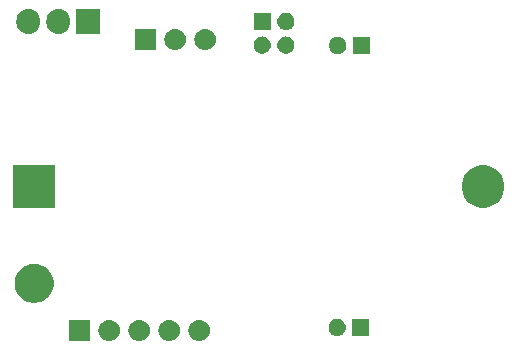
<source format=gbr>
G04 #@! TF.GenerationSoftware,KiCad,Pcbnew,(5.1.2)-2*
G04 #@! TF.CreationDate,2020-08-25T18:12:49+09:00*
G04 #@! TF.ProjectId,IRRemo,49525265-6d6f-42e6-9b69-6361645f7063,rev?*
G04 #@! TF.SameCoordinates,Original*
G04 #@! TF.FileFunction,Soldermask,Bot*
G04 #@! TF.FilePolarity,Negative*
%FSLAX46Y46*%
G04 Gerber Fmt 4.6, Leading zero omitted, Abs format (unit mm)*
G04 Created by KiCad (PCBNEW (5.1.2)-2) date 2020-08-25 18:12:49*
%MOMM*%
%LPD*%
G04 APERTURE LIST*
%ADD10C,0.100000*%
G04 APERTURE END LIST*
D10*
G36*
X98684504Y-103501691D02*
G01*
X98728627Y-103506037D01*
X98898466Y-103557557D01*
X98950641Y-103585445D01*
X99054989Y-103641220D01*
X99192185Y-103753815D01*
X99304780Y-103891011D01*
X99360555Y-103995359D01*
X99388443Y-104047534D01*
X99439963Y-104217373D01*
X99457359Y-104394000D01*
X99439963Y-104570627D01*
X99388443Y-104740466D01*
X99360555Y-104792641D01*
X99304780Y-104896989D01*
X99192185Y-105034185D01*
X99054989Y-105146780D01*
X98950641Y-105202555D01*
X98898466Y-105230443D01*
X98728627Y-105281963D01*
X98684504Y-105286309D01*
X98596260Y-105295000D01*
X98507740Y-105295000D01*
X98419496Y-105286309D01*
X98375373Y-105281963D01*
X98205534Y-105230443D01*
X98153359Y-105202555D01*
X98049011Y-105146780D01*
X97911815Y-105034185D01*
X97799220Y-104896989D01*
X97743445Y-104792641D01*
X97715557Y-104740466D01*
X97664037Y-104570627D01*
X97646641Y-104394000D01*
X97664037Y-104217373D01*
X97715557Y-104047534D01*
X97743445Y-103995359D01*
X97799220Y-103891011D01*
X97911815Y-103753815D01*
X98049011Y-103641220D01*
X98153359Y-103585445D01*
X98205534Y-103557557D01*
X98375373Y-103506037D01*
X98419496Y-103501691D01*
X98507740Y-103493000D01*
X98596260Y-103493000D01*
X98684504Y-103501691D01*
X98684504Y-103501691D01*
G37*
G36*
X96144504Y-103501691D02*
G01*
X96188627Y-103506037D01*
X96358466Y-103557557D01*
X96410641Y-103585445D01*
X96514989Y-103641220D01*
X96652185Y-103753815D01*
X96764780Y-103891011D01*
X96820555Y-103995359D01*
X96848443Y-104047534D01*
X96899963Y-104217373D01*
X96917359Y-104394000D01*
X96899963Y-104570627D01*
X96848443Y-104740466D01*
X96820555Y-104792641D01*
X96764780Y-104896989D01*
X96652185Y-105034185D01*
X96514989Y-105146780D01*
X96410641Y-105202555D01*
X96358466Y-105230443D01*
X96188627Y-105281963D01*
X96144504Y-105286309D01*
X96056260Y-105295000D01*
X95967740Y-105295000D01*
X95879496Y-105286309D01*
X95835373Y-105281963D01*
X95665534Y-105230443D01*
X95613359Y-105202555D01*
X95509011Y-105146780D01*
X95371815Y-105034185D01*
X95259220Y-104896989D01*
X95203445Y-104792641D01*
X95175557Y-104740466D01*
X95124037Y-104570627D01*
X95106641Y-104394000D01*
X95124037Y-104217373D01*
X95175557Y-104047534D01*
X95203445Y-103995359D01*
X95259220Y-103891011D01*
X95371815Y-103753815D01*
X95509011Y-103641220D01*
X95613359Y-103585445D01*
X95665534Y-103557557D01*
X95835373Y-103506037D01*
X95879496Y-103501691D01*
X95967740Y-103493000D01*
X96056260Y-103493000D01*
X96144504Y-103501691D01*
X96144504Y-103501691D01*
G37*
G36*
X94373000Y-105295000D02*
G01*
X92571000Y-105295000D01*
X92571000Y-103493000D01*
X94373000Y-103493000D01*
X94373000Y-105295000D01*
X94373000Y-105295000D01*
G37*
G36*
X103764504Y-103501691D02*
G01*
X103808627Y-103506037D01*
X103978466Y-103557557D01*
X104030641Y-103585445D01*
X104134989Y-103641220D01*
X104272185Y-103753815D01*
X104384780Y-103891011D01*
X104440555Y-103995359D01*
X104468443Y-104047534D01*
X104519963Y-104217373D01*
X104537359Y-104394000D01*
X104519963Y-104570627D01*
X104468443Y-104740466D01*
X104440555Y-104792641D01*
X104384780Y-104896989D01*
X104272185Y-105034185D01*
X104134989Y-105146780D01*
X104030641Y-105202555D01*
X103978466Y-105230443D01*
X103808627Y-105281963D01*
X103764504Y-105286309D01*
X103676260Y-105295000D01*
X103587740Y-105295000D01*
X103499496Y-105286309D01*
X103455373Y-105281963D01*
X103285534Y-105230443D01*
X103233359Y-105202555D01*
X103129011Y-105146780D01*
X102991815Y-105034185D01*
X102879220Y-104896989D01*
X102823445Y-104792641D01*
X102795557Y-104740466D01*
X102744037Y-104570627D01*
X102726641Y-104394000D01*
X102744037Y-104217373D01*
X102795557Y-104047534D01*
X102823445Y-103995359D01*
X102879220Y-103891011D01*
X102991815Y-103753815D01*
X103129011Y-103641220D01*
X103233359Y-103585445D01*
X103285534Y-103557557D01*
X103455373Y-103506037D01*
X103499496Y-103501691D01*
X103587740Y-103493000D01*
X103676260Y-103493000D01*
X103764504Y-103501691D01*
X103764504Y-103501691D01*
G37*
G36*
X101224504Y-103501691D02*
G01*
X101268627Y-103506037D01*
X101438466Y-103557557D01*
X101490641Y-103585445D01*
X101594989Y-103641220D01*
X101732185Y-103753815D01*
X101844780Y-103891011D01*
X101900555Y-103995359D01*
X101928443Y-104047534D01*
X101979963Y-104217373D01*
X101997359Y-104394000D01*
X101979963Y-104570627D01*
X101928443Y-104740466D01*
X101900555Y-104792641D01*
X101844780Y-104896989D01*
X101732185Y-105034185D01*
X101594989Y-105146780D01*
X101490641Y-105202555D01*
X101438466Y-105230443D01*
X101268627Y-105281963D01*
X101224504Y-105286309D01*
X101136260Y-105295000D01*
X101047740Y-105295000D01*
X100959496Y-105286309D01*
X100915373Y-105281963D01*
X100745534Y-105230443D01*
X100693359Y-105202555D01*
X100589011Y-105146780D01*
X100451815Y-105034185D01*
X100339220Y-104896989D01*
X100283445Y-104792641D01*
X100255557Y-104740466D01*
X100204037Y-104570627D01*
X100186641Y-104394000D01*
X100204037Y-104217373D01*
X100255557Y-104047534D01*
X100283445Y-103995359D01*
X100339220Y-103891011D01*
X100451815Y-103753815D01*
X100589011Y-103641220D01*
X100693359Y-103585445D01*
X100745534Y-103557557D01*
X100915373Y-103506037D01*
X100959496Y-103501691D01*
X101047740Y-103493000D01*
X101136260Y-103493000D01*
X101224504Y-103501691D01*
X101224504Y-103501691D01*
G37*
G36*
X115404990Y-103419252D02*
G01*
X115458321Y-103424505D01*
X115503938Y-103438343D01*
X115595174Y-103466019D01*
X115721294Y-103533431D01*
X115831843Y-103624157D01*
X115922569Y-103734706D01*
X115989981Y-103860826D01*
X115999137Y-103891011D01*
X116031495Y-103997679D01*
X116045512Y-104140000D01*
X116037892Y-104217374D01*
X116031495Y-104282320D01*
X115989981Y-104419174D01*
X115922569Y-104545294D01*
X115831843Y-104655843D01*
X115721294Y-104746569D01*
X115595174Y-104813981D01*
X115503938Y-104841657D01*
X115458321Y-104855495D01*
X115404990Y-104860748D01*
X115351660Y-104866000D01*
X115280340Y-104866000D01*
X115227010Y-104860748D01*
X115173679Y-104855495D01*
X115128062Y-104841657D01*
X115036826Y-104813981D01*
X114910706Y-104746569D01*
X114800157Y-104655843D01*
X114709431Y-104545294D01*
X114642019Y-104419174D01*
X114600505Y-104282320D01*
X114594109Y-104217374D01*
X114586488Y-104140000D01*
X114600505Y-103997679D01*
X114632863Y-103891011D01*
X114642019Y-103860826D01*
X114709431Y-103734706D01*
X114800157Y-103624157D01*
X114910706Y-103533431D01*
X115036826Y-103466019D01*
X115128062Y-103438343D01*
X115173679Y-103424505D01*
X115227010Y-103419252D01*
X115280340Y-103414000D01*
X115351660Y-103414000D01*
X115404990Y-103419252D01*
X115404990Y-103419252D01*
G37*
G36*
X118042000Y-104866000D02*
G01*
X116590000Y-104866000D01*
X116590000Y-103414000D01*
X118042000Y-103414000D01*
X118042000Y-104866000D01*
X118042000Y-104866000D01*
G37*
G36*
X89984094Y-98782724D02*
G01*
X90143579Y-98814447D01*
X90444042Y-98938903D01*
X90714451Y-99119585D01*
X90944415Y-99349549D01*
X91125097Y-99619958D01*
X91249553Y-99920421D01*
X91313000Y-100239391D01*
X91313000Y-100564609D01*
X91249553Y-100883579D01*
X91125097Y-101184042D01*
X90944415Y-101454451D01*
X90714451Y-101684415D01*
X90444042Y-101865097D01*
X90143579Y-101989553D01*
X89984094Y-102021276D01*
X89824611Y-102053000D01*
X89499389Y-102053000D01*
X89339906Y-102021276D01*
X89180421Y-101989553D01*
X88879958Y-101865097D01*
X88609549Y-101684415D01*
X88379585Y-101454451D01*
X88198903Y-101184042D01*
X88074447Y-100883579D01*
X88011000Y-100564609D01*
X88011000Y-100239391D01*
X88074447Y-99920421D01*
X88198903Y-99619958D01*
X88379585Y-99349549D01*
X88609549Y-99119585D01*
X88879958Y-98938903D01*
X89180421Y-98814447D01*
X89339906Y-98782723D01*
X89499389Y-98751000D01*
X89824611Y-98751000D01*
X89984094Y-98782724D01*
X89984094Y-98782724D01*
G37*
G36*
X91463000Y-94003000D02*
G01*
X87861000Y-94003000D01*
X87861000Y-90401000D01*
X91463000Y-90401000D01*
X91463000Y-94003000D01*
X91463000Y-94003000D01*
G37*
G36*
X128187330Y-90470211D02*
G01*
X128515092Y-90605974D01*
X128810069Y-90803071D01*
X129060929Y-91053931D01*
X129258026Y-91348908D01*
X129393789Y-91676670D01*
X129463000Y-92024616D01*
X129463000Y-92379384D01*
X129393789Y-92727330D01*
X129258026Y-93055092D01*
X129060929Y-93350069D01*
X128810069Y-93600929D01*
X128515092Y-93798026D01*
X128187330Y-93933789D01*
X127839384Y-94003000D01*
X127484616Y-94003000D01*
X127136670Y-93933789D01*
X126808908Y-93798026D01*
X126513931Y-93600929D01*
X126263071Y-93350069D01*
X126065974Y-93055092D01*
X125930211Y-92727330D01*
X125861000Y-92379384D01*
X125861000Y-92024616D01*
X125930211Y-91676670D01*
X126065974Y-91348908D01*
X126263071Y-91053931D01*
X126513931Y-90803071D01*
X126808908Y-90605974D01*
X127136670Y-90470211D01*
X127484616Y-90401000D01*
X127839384Y-90401000D01*
X128187330Y-90470211D01*
X128187330Y-90470211D01*
G37*
G36*
X115436990Y-79543252D02*
G01*
X115490321Y-79548505D01*
X115521684Y-79558019D01*
X115627174Y-79590019D01*
X115753294Y-79657431D01*
X115863843Y-79748157D01*
X115954569Y-79858706D01*
X116021981Y-79984826D01*
X116063495Y-80121680D01*
X116077512Y-80264000D01*
X116063495Y-80406320D01*
X116021981Y-80543174D01*
X115954569Y-80669294D01*
X115863843Y-80779843D01*
X115753294Y-80870569D01*
X115627174Y-80937981D01*
X115535938Y-80965657D01*
X115490321Y-80979495D01*
X115436990Y-80984748D01*
X115383660Y-80990000D01*
X115312340Y-80990000D01*
X115259010Y-80984748D01*
X115205679Y-80979495D01*
X115160062Y-80965657D01*
X115068826Y-80937981D01*
X114942706Y-80870569D01*
X114832157Y-80779843D01*
X114741431Y-80669294D01*
X114674019Y-80543174D01*
X114632505Y-80406320D01*
X114618488Y-80264000D01*
X114632505Y-80121680D01*
X114674019Y-79984826D01*
X114741431Y-79858706D01*
X114832157Y-79748157D01*
X114942706Y-79657431D01*
X115068826Y-79590019D01*
X115174316Y-79558019D01*
X115205679Y-79548505D01*
X115259010Y-79543252D01*
X115312340Y-79538000D01*
X115383660Y-79538000D01*
X115436990Y-79543252D01*
X115436990Y-79543252D01*
G37*
G36*
X118074000Y-80990000D02*
G01*
X116622000Y-80990000D01*
X116622000Y-79538000D01*
X118074000Y-79538000D01*
X118074000Y-80990000D01*
X118074000Y-80990000D01*
G37*
G36*
X111054990Y-79511253D02*
G01*
X111108321Y-79516505D01*
X111153938Y-79530343D01*
X111245174Y-79558019D01*
X111371294Y-79625431D01*
X111481843Y-79716157D01*
X111572569Y-79826706D01*
X111639981Y-79952826D01*
X111667657Y-80044062D01*
X111681495Y-80089679D01*
X111695512Y-80232000D01*
X111681495Y-80374321D01*
X111671788Y-80406320D01*
X111639981Y-80511174D01*
X111572569Y-80637294D01*
X111481843Y-80747843D01*
X111371294Y-80838569D01*
X111245174Y-80905981D01*
X111153938Y-80933657D01*
X111108321Y-80947495D01*
X111054990Y-80952748D01*
X111001660Y-80958000D01*
X110930340Y-80958000D01*
X110877010Y-80952748D01*
X110823679Y-80947495D01*
X110778062Y-80933657D01*
X110686826Y-80905981D01*
X110560706Y-80838569D01*
X110450157Y-80747843D01*
X110359431Y-80637294D01*
X110292019Y-80511174D01*
X110260212Y-80406320D01*
X110250505Y-80374321D01*
X110236488Y-80232000D01*
X110250505Y-80089679D01*
X110264343Y-80044062D01*
X110292019Y-79952826D01*
X110359431Y-79826706D01*
X110450157Y-79716157D01*
X110560706Y-79625431D01*
X110686826Y-79558019D01*
X110778062Y-79530343D01*
X110823679Y-79516505D01*
X110877010Y-79511253D01*
X110930340Y-79506000D01*
X111001660Y-79506000D01*
X111054990Y-79511253D01*
X111054990Y-79511253D01*
G37*
G36*
X109054990Y-79511253D02*
G01*
X109108321Y-79516505D01*
X109153938Y-79530343D01*
X109245174Y-79558019D01*
X109371294Y-79625431D01*
X109481843Y-79716157D01*
X109572569Y-79826706D01*
X109639981Y-79952826D01*
X109667657Y-80044062D01*
X109681495Y-80089679D01*
X109695512Y-80232000D01*
X109681495Y-80374321D01*
X109671788Y-80406320D01*
X109639981Y-80511174D01*
X109572569Y-80637294D01*
X109481843Y-80747843D01*
X109371294Y-80838569D01*
X109245174Y-80905981D01*
X109153938Y-80933657D01*
X109108321Y-80947495D01*
X109054990Y-80952748D01*
X109001660Y-80958000D01*
X108930340Y-80958000D01*
X108877010Y-80952748D01*
X108823679Y-80947495D01*
X108778062Y-80933657D01*
X108686826Y-80905981D01*
X108560706Y-80838569D01*
X108450157Y-80747843D01*
X108359431Y-80637294D01*
X108292019Y-80511174D01*
X108260212Y-80406320D01*
X108250505Y-80374321D01*
X108236488Y-80232000D01*
X108250505Y-80089679D01*
X108264343Y-80044062D01*
X108292019Y-79952826D01*
X108359431Y-79826706D01*
X108450157Y-79716157D01*
X108560706Y-79625431D01*
X108686826Y-79558019D01*
X108778062Y-79530343D01*
X108823679Y-79516505D01*
X108877010Y-79511253D01*
X108930340Y-79506000D01*
X109001660Y-79506000D01*
X109054990Y-79511253D01*
X109054990Y-79511253D01*
G37*
G36*
X99961000Y-80657000D02*
G01*
X98159000Y-80657000D01*
X98159000Y-78855000D01*
X99961000Y-78855000D01*
X99961000Y-80657000D01*
X99961000Y-80657000D01*
G37*
G36*
X104272504Y-78863691D02*
G01*
X104316627Y-78868037D01*
X104486466Y-78919557D01*
X104538641Y-78947445D01*
X104642989Y-79003220D01*
X104780185Y-79115815D01*
X104892780Y-79253011D01*
X104908809Y-79283000D01*
X104976443Y-79409534D01*
X105027963Y-79579373D01*
X105045359Y-79756000D01*
X105027963Y-79932627D01*
X104976443Y-80102466D01*
X104976442Y-80102467D01*
X104892780Y-80258989D01*
X104780185Y-80396185D01*
X104642989Y-80508780D01*
X104538641Y-80564555D01*
X104486466Y-80592443D01*
X104316627Y-80643963D01*
X104272504Y-80648309D01*
X104184260Y-80657000D01*
X104095740Y-80657000D01*
X104007496Y-80648309D01*
X103963373Y-80643963D01*
X103793534Y-80592443D01*
X103741359Y-80564555D01*
X103637011Y-80508780D01*
X103499815Y-80396185D01*
X103387220Y-80258989D01*
X103303558Y-80102467D01*
X103303557Y-80102466D01*
X103252037Y-79932627D01*
X103234641Y-79756000D01*
X103252037Y-79579373D01*
X103303557Y-79409534D01*
X103371191Y-79283000D01*
X103387220Y-79253011D01*
X103499815Y-79115815D01*
X103637011Y-79003220D01*
X103741359Y-78947445D01*
X103793534Y-78919557D01*
X103963373Y-78868037D01*
X104007496Y-78863691D01*
X104095740Y-78855000D01*
X104184260Y-78855000D01*
X104272504Y-78863691D01*
X104272504Y-78863691D01*
G37*
G36*
X101732504Y-78863691D02*
G01*
X101776627Y-78868037D01*
X101946466Y-78919557D01*
X101998641Y-78947445D01*
X102102989Y-79003220D01*
X102240185Y-79115815D01*
X102352780Y-79253011D01*
X102368809Y-79283000D01*
X102436443Y-79409534D01*
X102487963Y-79579373D01*
X102505359Y-79756000D01*
X102487963Y-79932627D01*
X102436443Y-80102466D01*
X102436442Y-80102467D01*
X102352780Y-80258989D01*
X102240185Y-80396185D01*
X102102989Y-80508780D01*
X101998641Y-80564555D01*
X101946466Y-80592443D01*
X101776627Y-80643963D01*
X101732504Y-80648309D01*
X101644260Y-80657000D01*
X101555740Y-80657000D01*
X101467496Y-80648309D01*
X101423373Y-80643963D01*
X101253534Y-80592443D01*
X101201359Y-80564555D01*
X101097011Y-80508780D01*
X100959815Y-80396185D01*
X100847220Y-80258989D01*
X100763558Y-80102467D01*
X100763557Y-80102466D01*
X100712037Y-79932627D01*
X100694641Y-79756000D01*
X100712037Y-79579373D01*
X100763557Y-79409534D01*
X100831191Y-79283000D01*
X100847220Y-79253011D01*
X100959815Y-79115815D01*
X101097011Y-79003220D01*
X101201359Y-78947445D01*
X101253534Y-78919557D01*
X101423373Y-78868037D01*
X101467496Y-78863691D01*
X101555740Y-78855000D01*
X101644260Y-78855000D01*
X101732504Y-78863691D01*
X101732504Y-78863691D01*
G37*
G36*
X91890720Y-77195520D02*
G01*
X92079881Y-77252901D01*
X92254212Y-77346083D01*
X92407015Y-77471485D01*
X92532417Y-77624288D01*
X92625599Y-77798620D01*
X92682980Y-77987781D01*
X92697500Y-78135207D01*
X92697500Y-78328794D01*
X92682980Y-78476220D01*
X92625599Y-78665381D01*
X92532417Y-78839712D01*
X92407015Y-78992515D01*
X92254212Y-79117917D01*
X92079880Y-79211099D01*
X91890719Y-79268480D01*
X91694000Y-79287855D01*
X91497280Y-79268480D01*
X91308119Y-79211099D01*
X91133788Y-79117917D01*
X90980985Y-78992515D01*
X90855583Y-78839712D01*
X90762401Y-78665380D01*
X90705020Y-78476219D01*
X90690500Y-78328793D01*
X90690500Y-78135206D01*
X90705020Y-77987780D01*
X90762401Y-77798619D01*
X90855583Y-77624288D01*
X90980985Y-77471485D01*
X91133788Y-77346083D01*
X91308120Y-77252901D01*
X91497281Y-77195520D01*
X91694000Y-77176145D01*
X91890720Y-77195520D01*
X91890720Y-77195520D01*
G37*
G36*
X89350720Y-77195520D02*
G01*
X89539881Y-77252901D01*
X89714212Y-77346083D01*
X89867015Y-77471485D01*
X89992417Y-77624288D01*
X90085599Y-77798620D01*
X90142980Y-77987781D01*
X90157500Y-78135207D01*
X90157500Y-78328794D01*
X90142980Y-78476220D01*
X90085599Y-78665381D01*
X89992417Y-78839712D01*
X89867015Y-78992515D01*
X89714212Y-79117917D01*
X89539880Y-79211099D01*
X89350719Y-79268480D01*
X89154000Y-79287855D01*
X88957280Y-79268480D01*
X88768119Y-79211099D01*
X88593788Y-79117917D01*
X88440985Y-78992515D01*
X88315583Y-78839712D01*
X88222401Y-78665380D01*
X88165020Y-78476219D01*
X88150500Y-78328793D01*
X88150500Y-78135206D01*
X88165020Y-77987780D01*
X88222401Y-77798619D01*
X88315583Y-77624288D01*
X88440985Y-77471485D01*
X88593788Y-77346083D01*
X88768120Y-77252901D01*
X88957281Y-77195520D01*
X89154000Y-77176145D01*
X89350720Y-77195520D01*
X89350720Y-77195520D01*
G37*
G36*
X95237500Y-79283000D02*
G01*
X93230500Y-79283000D01*
X93230500Y-77181000D01*
X95237500Y-77181000D01*
X95237500Y-79283000D01*
X95237500Y-79283000D01*
G37*
G36*
X111054990Y-77511252D02*
G01*
X111108321Y-77516505D01*
X111153938Y-77530343D01*
X111245174Y-77558019D01*
X111371294Y-77625431D01*
X111481843Y-77716157D01*
X111572569Y-77826706D01*
X111639981Y-77952826D01*
X111681495Y-78089680D01*
X111695512Y-78232000D01*
X111681495Y-78374320D01*
X111639981Y-78511174D01*
X111572569Y-78637294D01*
X111481843Y-78747843D01*
X111371294Y-78838569D01*
X111245174Y-78905981D01*
X111153938Y-78933657D01*
X111108321Y-78947495D01*
X111054990Y-78952748D01*
X111001660Y-78958000D01*
X110930340Y-78958000D01*
X110877010Y-78952748D01*
X110823679Y-78947495D01*
X110778062Y-78933657D01*
X110686826Y-78905981D01*
X110560706Y-78838569D01*
X110450157Y-78747843D01*
X110359431Y-78637294D01*
X110292019Y-78511174D01*
X110250505Y-78374320D01*
X110236488Y-78232000D01*
X110250505Y-78089680D01*
X110292019Y-77952826D01*
X110359431Y-77826706D01*
X110450157Y-77716157D01*
X110560706Y-77625431D01*
X110686826Y-77558019D01*
X110778062Y-77530343D01*
X110823679Y-77516505D01*
X110877010Y-77511252D01*
X110930340Y-77506000D01*
X111001660Y-77506000D01*
X111054990Y-77511252D01*
X111054990Y-77511252D01*
G37*
G36*
X109692000Y-78958000D02*
G01*
X108240000Y-78958000D01*
X108240000Y-77506000D01*
X109692000Y-77506000D01*
X109692000Y-78958000D01*
X109692000Y-78958000D01*
G37*
M02*

</source>
